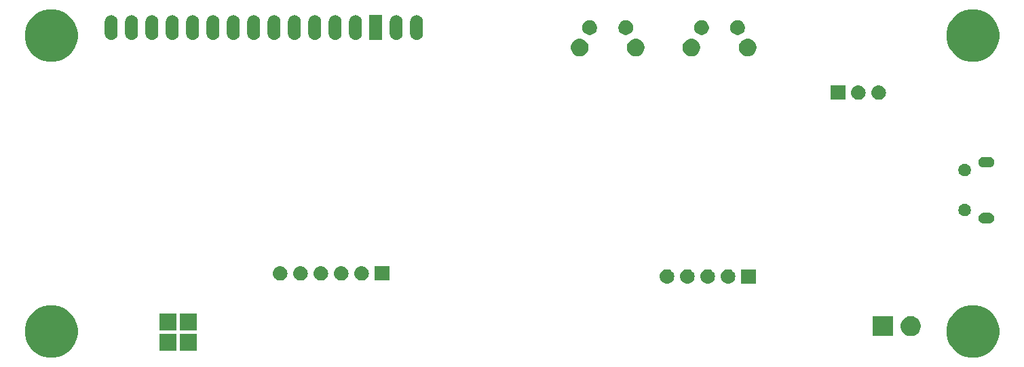
<source format=gbr>
G04 #@! TF.GenerationSoftware,KiCad,Pcbnew,5.0.1-33cea8e~68~ubuntu16.04.1*
G04 #@! TF.CreationDate,2019-05-31T14:34:39+02:00*
G04 #@! TF.ProjectId,VCOMLCD,56434F4D4C43442E6B696361645F7063,rev?*
G04 #@! TF.SameCoordinates,Original*
G04 #@! TF.FileFunction,Soldermask,Bot*
G04 #@! TF.FilePolarity,Negative*
%FSLAX46Y46*%
G04 Gerber Fmt 4.6, Leading zero omitted, Abs format (unit mm)*
G04 Created by KiCad (PCBNEW 5.0.1-33cea8e~68~ubuntu16.04.1) date pią, 31 maj 2019, 14:34:39*
%MOMM*%
%LPD*%
G01*
G04 APERTURE LIST*
%ADD10C,0.100000*%
G04 APERTURE END LIST*
D10*
G36*
X197382865Y-86895855D02*
X197983609Y-87144691D01*
X198524268Y-87505948D01*
X198984052Y-87965732D01*
X199345309Y-88506391D01*
X199594145Y-89107135D01*
X199721000Y-89744878D01*
X199721000Y-90395122D01*
X199594145Y-91032865D01*
X199345309Y-91633609D01*
X198984052Y-92174268D01*
X198524268Y-92634052D01*
X197983609Y-92995309D01*
X197382865Y-93244145D01*
X196745122Y-93371000D01*
X196094878Y-93371000D01*
X195457135Y-93244145D01*
X194856391Y-92995309D01*
X194315732Y-92634052D01*
X193855948Y-92174268D01*
X193494691Y-91633609D01*
X193245855Y-91032865D01*
X193119000Y-90395122D01*
X193119000Y-89744878D01*
X193245855Y-89107135D01*
X193494691Y-88506391D01*
X193855948Y-87965732D01*
X194315732Y-87505948D01*
X194856391Y-87144691D01*
X195457135Y-86895855D01*
X196094878Y-86769000D01*
X196745122Y-86769000D01*
X197382865Y-86895855D01*
X197382865Y-86895855D01*
G37*
G36*
X82382865Y-86895855D02*
X82983609Y-87144691D01*
X83524268Y-87505948D01*
X83984052Y-87965732D01*
X84345309Y-88506391D01*
X84594145Y-89107135D01*
X84721000Y-89744878D01*
X84721000Y-90395122D01*
X84594145Y-91032865D01*
X84345309Y-91633609D01*
X83984052Y-92174268D01*
X83524268Y-92634052D01*
X82983609Y-92995309D01*
X82382865Y-93244145D01*
X81745122Y-93371000D01*
X81094878Y-93371000D01*
X80457135Y-93244145D01*
X79856391Y-92995309D01*
X79315732Y-92634052D01*
X78855948Y-92174268D01*
X78494691Y-91633609D01*
X78245855Y-91032865D01*
X78119000Y-90395122D01*
X78119000Y-89744878D01*
X78245855Y-89107135D01*
X78494691Y-88506391D01*
X78855948Y-87965732D01*
X79315732Y-87505948D01*
X79856391Y-87144691D01*
X80457135Y-86895855D01*
X81094878Y-86769000D01*
X81745122Y-86769000D01*
X82382865Y-86895855D01*
X82382865Y-86895855D01*
G37*
G36*
X97063000Y-92491000D02*
X94961000Y-92491000D01*
X94961000Y-90389000D01*
X97063000Y-90389000D01*
X97063000Y-92491000D01*
X97063000Y-92491000D01*
G37*
G36*
X99603000Y-92491000D02*
X97501000Y-92491000D01*
X97501000Y-90389000D01*
X99603000Y-90389000D01*
X99603000Y-92491000D01*
X99603000Y-92491000D01*
G37*
G36*
X186417000Y-90659000D02*
X183915000Y-90659000D01*
X183915000Y-88157000D01*
X186417000Y-88157000D01*
X186417000Y-90659000D01*
X186417000Y-90659000D01*
G37*
G36*
X188849635Y-88169019D02*
X189030903Y-88205075D01*
X189258571Y-88299378D01*
X189462542Y-88435668D01*
X189463469Y-88436287D01*
X189637713Y-88610531D01*
X189637715Y-88610534D01*
X189774622Y-88815429D01*
X189868925Y-89043097D01*
X189917000Y-89284787D01*
X189917000Y-89531213D01*
X189868925Y-89772903D01*
X189774622Y-90000571D01*
X189638332Y-90204542D01*
X189637713Y-90205469D01*
X189463469Y-90379713D01*
X189463466Y-90379715D01*
X189258571Y-90516622D01*
X189030903Y-90610925D01*
X188849635Y-90646981D01*
X188789214Y-90659000D01*
X188542786Y-90659000D01*
X188482365Y-90646981D01*
X188301097Y-90610925D01*
X188073429Y-90516622D01*
X187868534Y-90379715D01*
X187868531Y-90379713D01*
X187694287Y-90205469D01*
X187693668Y-90204542D01*
X187557378Y-90000571D01*
X187463075Y-89772903D01*
X187415000Y-89531213D01*
X187415000Y-89284787D01*
X187463075Y-89043097D01*
X187557378Y-88815429D01*
X187694285Y-88610534D01*
X187694287Y-88610531D01*
X187868531Y-88436287D01*
X187869458Y-88435668D01*
X188073429Y-88299378D01*
X188301097Y-88205075D01*
X188482365Y-88169019D01*
X188542786Y-88157000D01*
X188789214Y-88157000D01*
X188849635Y-88169019D01*
X188849635Y-88169019D01*
G37*
G36*
X99603000Y-89951000D02*
X97501000Y-89951000D01*
X97501000Y-87849000D01*
X99603000Y-87849000D01*
X99603000Y-89951000D01*
X99603000Y-89951000D01*
G37*
G36*
X97063000Y-89951000D02*
X94961000Y-89951000D01*
X94961000Y-87849000D01*
X97063000Y-87849000D01*
X97063000Y-89951000D01*
X97063000Y-89951000D01*
G37*
G36*
X158352443Y-82290519D02*
X158418627Y-82297037D01*
X158531853Y-82331384D01*
X158588467Y-82348557D01*
X158727087Y-82422652D01*
X158744991Y-82432222D01*
X158780729Y-82461552D01*
X158882186Y-82544814D01*
X158949939Y-82627373D01*
X158994778Y-82682009D01*
X158994779Y-82682011D01*
X159078443Y-82838533D01*
X159078443Y-82838534D01*
X159129963Y-83008373D01*
X159147359Y-83185000D01*
X159129963Y-83361627D01*
X159104919Y-83444185D01*
X159078443Y-83531467D01*
X159064913Y-83556779D01*
X158994778Y-83687991D01*
X158991518Y-83691963D01*
X158882186Y-83825186D01*
X158780729Y-83908448D01*
X158744991Y-83937778D01*
X158744989Y-83937779D01*
X158588467Y-84021443D01*
X158531853Y-84038616D01*
X158418627Y-84072963D01*
X158352443Y-84079481D01*
X158286260Y-84086000D01*
X158197740Y-84086000D01*
X158131557Y-84079481D01*
X158065373Y-84072963D01*
X157952147Y-84038616D01*
X157895533Y-84021443D01*
X157739011Y-83937779D01*
X157739009Y-83937778D01*
X157703271Y-83908448D01*
X157601814Y-83825186D01*
X157492482Y-83691963D01*
X157489222Y-83687991D01*
X157419087Y-83556779D01*
X157405557Y-83531467D01*
X157379081Y-83444185D01*
X157354037Y-83361627D01*
X157336641Y-83185000D01*
X157354037Y-83008373D01*
X157405557Y-82838534D01*
X157405557Y-82838533D01*
X157489221Y-82682011D01*
X157489222Y-82682009D01*
X157534061Y-82627373D01*
X157601814Y-82544814D01*
X157703271Y-82461552D01*
X157739009Y-82432222D01*
X157756913Y-82422652D01*
X157895533Y-82348557D01*
X157952147Y-82331384D01*
X158065373Y-82297037D01*
X158131557Y-82290519D01*
X158197740Y-82284000D01*
X158286260Y-82284000D01*
X158352443Y-82290519D01*
X158352443Y-82290519D01*
G37*
G36*
X169303000Y-84086000D02*
X167501000Y-84086000D01*
X167501000Y-82284000D01*
X169303000Y-82284000D01*
X169303000Y-84086000D01*
X169303000Y-84086000D01*
G37*
G36*
X165972443Y-82290519D02*
X166038627Y-82297037D01*
X166151853Y-82331384D01*
X166208467Y-82348557D01*
X166347087Y-82422652D01*
X166364991Y-82432222D01*
X166400729Y-82461552D01*
X166502186Y-82544814D01*
X166569939Y-82627373D01*
X166614778Y-82682009D01*
X166614779Y-82682011D01*
X166698443Y-82838533D01*
X166698443Y-82838534D01*
X166749963Y-83008373D01*
X166767359Y-83185000D01*
X166749963Y-83361627D01*
X166724919Y-83444185D01*
X166698443Y-83531467D01*
X166684913Y-83556779D01*
X166614778Y-83687991D01*
X166611518Y-83691963D01*
X166502186Y-83825186D01*
X166400729Y-83908448D01*
X166364991Y-83937778D01*
X166364989Y-83937779D01*
X166208467Y-84021443D01*
X166151853Y-84038616D01*
X166038627Y-84072963D01*
X165972443Y-84079481D01*
X165906260Y-84086000D01*
X165817740Y-84086000D01*
X165751557Y-84079481D01*
X165685373Y-84072963D01*
X165572147Y-84038616D01*
X165515533Y-84021443D01*
X165359011Y-83937779D01*
X165359009Y-83937778D01*
X165323271Y-83908448D01*
X165221814Y-83825186D01*
X165112482Y-83691963D01*
X165109222Y-83687991D01*
X165039087Y-83556779D01*
X165025557Y-83531467D01*
X164999081Y-83444185D01*
X164974037Y-83361627D01*
X164956641Y-83185000D01*
X164974037Y-83008373D01*
X165025557Y-82838534D01*
X165025557Y-82838533D01*
X165109221Y-82682011D01*
X165109222Y-82682009D01*
X165154061Y-82627373D01*
X165221814Y-82544814D01*
X165323271Y-82461552D01*
X165359009Y-82432222D01*
X165376913Y-82422652D01*
X165515533Y-82348557D01*
X165572147Y-82331384D01*
X165685373Y-82297037D01*
X165751557Y-82290519D01*
X165817740Y-82284000D01*
X165906260Y-82284000D01*
X165972443Y-82290519D01*
X165972443Y-82290519D01*
G37*
G36*
X163432443Y-82290519D02*
X163498627Y-82297037D01*
X163611853Y-82331384D01*
X163668467Y-82348557D01*
X163807087Y-82422652D01*
X163824991Y-82432222D01*
X163860729Y-82461552D01*
X163962186Y-82544814D01*
X164029939Y-82627373D01*
X164074778Y-82682009D01*
X164074779Y-82682011D01*
X164158443Y-82838533D01*
X164158443Y-82838534D01*
X164209963Y-83008373D01*
X164227359Y-83185000D01*
X164209963Y-83361627D01*
X164184919Y-83444185D01*
X164158443Y-83531467D01*
X164144913Y-83556779D01*
X164074778Y-83687991D01*
X164071518Y-83691963D01*
X163962186Y-83825186D01*
X163860729Y-83908448D01*
X163824991Y-83937778D01*
X163824989Y-83937779D01*
X163668467Y-84021443D01*
X163611853Y-84038616D01*
X163498627Y-84072963D01*
X163432443Y-84079481D01*
X163366260Y-84086000D01*
X163277740Y-84086000D01*
X163211557Y-84079481D01*
X163145373Y-84072963D01*
X163032147Y-84038616D01*
X162975533Y-84021443D01*
X162819011Y-83937779D01*
X162819009Y-83937778D01*
X162783271Y-83908448D01*
X162681814Y-83825186D01*
X162572482Y-83691963D01*
X162569222Y-83687991D01*
X162499087Y-83556779D01*
X162485557Y-83531467D01*
X162459081Y-83444185D01*
X162434037Y-83361627D01*
X162416641Y-83185000D01*
X162434037Y-83008373D01*
X162485557Y-82838534D01*
X162485557Y-82838533D01*
X162569221Y-82682011D01*
X162569222Y-82682009D01*
X162614061Y-82627373D01*
X162681814Y-82544814D01*
X162783271Y-82461552D01*
X162819009Y-82432222D01*
X162836913Y-82422652D01*
X162975533Y-82348557D01*
X163032147Y-82331384D01*
X163145373Y-82297037D01*
X163211557Y-82290519D01*
X163277740Y-82284000D01*
X163366260Y-82284000D01*
X163432443Y-82290519D01*
X163432443Y-82290519D01*
G37*
G36*
X160892443Y-82290519D02*
X160958627Y-82297037D01*
X161071853Y-82331384D01*
X161128467Y-82348557D01*
X161267087Y-82422652D01*
X161284991Y-82432222D01*
X161320729Y-82461552D01*
X161422186Y-82544814D01*
X161489939Y-82627373D01*
X161534778Y-82682009D01*
X161534779Y-82682011D01*
X161618443Y-82838533D01*
X161618443Y-82838534D01*
X161669963Y-83008373D01*
X161687359Y-83185000D01*
X161669963Y-83361627D01*
X161644919Y-83444185D01*
X161618443Y-83531467D01*
X161604913Y-83556779D01*
X161534778Y-83687991D01*
X161531518Y-83691963D01*
X161422186Y-83825186D01*
X161320729Y-83908448D01*
X161284991Y-83937778D01*
X161284989Y-83937779D01*
X161128467Y-84021443D01*
X161071853Y-84038616D01*
X160958627Y-84072963D01*
X160892443Y-84079481D01*
X160826260Y-84086000D01*
X160737740Y-84086000D01*
X160671557Y-84079481D01*
X160605373Y-84072963D01*
X160492147Y-84038616D01*
X160435533Y-84021443D01*
X160279011Y-83937779D01*
X160279009Y-83937778D01*
X160243271Y-83908448D01*
X160141814Y-83825186D01*
X160032482Y-83691963D01*
X160029222Y-83687991D01*
X159959087Y-83556779D01*
X159945557Y-83531467D01*
X159919081Y-83444185D01*
X159894037Y-83361627D01*
X159876641Y-83185000D01*
X159894037Y-83008373D01*
X159945557Y-82838534D01*
X159945557Y-82838533D01*
X160029221Y-82682011D01*
X160029222Y-82682009D01*
X160074061Y-82627373D01*
X160141814Y-82544814D01*
X160243271Y-82461552D01*
X160279009Y-82432222D01*
X160296913Y-82422652D01*
X160435533Y-82348557D01*
X160492147Y-82331384D01*
X160605373Y-82297037D01*
X160671557Y-82290519D01*
X160737740Y-82284000D01*
X160826260Y-82284000D01*
X160892443Y-82290519D01*
X160892443Y-82290519D01*
G37*
G36*
X120252442Y-81909518D02*
X120318627Y-81916037D01*
X120431853Y-81950384D01*
X120488467Y-81967557D01*
X120627087Y-82041652D01*
X120644991Y-82051222D01*
X120680729Y-82080552D01*
X120782186Y-82163814D01*
X120865448Y-82265271D01*
X120894778Y-82301009D01*
X120894779Y-82301011D01*
X120978443Y-82457533D01*
X120978443Y-82457534D01*
X121029963Y-82627373D01*
X121047359Y-82804000D01*
X121029963Y-82980627D01*
X120995616Y-83093853D01*
X120978443Y-83150467D01*
X120959984Y-83185000D01*
X120894778Y-83306991D01*
X120865448Y-83342729D01*
X120782186Y-83444186D01*
X120680729Y-83527448D01*
X120644991Y-83556778D01*
X120644989Y-83556779D01*
X120488467Y-83640443D01*
X120431853Y-83657616D01*
X120318627Y-83691963D01*
X120252442Y-83698482D01*
X120186260Y-83705000D01*
X120097740Y-83705000D01*
X120031558Y-83698482D01*
X119965373Y-83691963D01*
X119852147Y-83657616D01*
X119795533Y-83640443D01*
X119639011Y-83556779D01*
X119639009Y-83556778D01*
X119603271Y-83527448D01*
X119501814Y-83444186D01*
X119418552Y-83342729D01*
X119389222Y-83306991D01*
X119324016Y-83185000D01*
X119305557Y-83150467D01*
X119288384Y-83093853D01*
X119254037Y-82980627D01*
X119236641Y-82804000D01*
X119254037Y-82627373D01*
X119305557Y-82457534D01*
X119305557Y-82457533D01*
X119389221Y-82301011D01*
X119389222Y-82301009D01*
X119418552Y-82265271D01*
X119501814Y-82163814D01*
X119603271Y-82080552D01*
X119639009Y-82051222D01*
X119656913Y-82041652D01*
X119795533Y-81967557D01*
X119852147Y-81950384D01*
X119965373Y-81916037D01*
X120031558Y-81909518D01*
X120097740Y-81903000D01*
X120186260Y-81903000D01*
X120252442Y-81909518D01*
X120252442Y-81909518D01*
G37*
G36*
X110092442Y-81909518D02*
X110158627Y-81916037D01*
X110271853Y-81950384D01*
X110328467Y-81967557D01*
X110467087Y-82041652D01*
X110484991Y-82051222D01*
X110520729Y-82080552D01*
X110622186Y-82163814D01*
X110705448Y-82265271D01*
X110734778Y-82301009D01*
X110734779Y-82301011D01*
X110818443Y-82457533D01*
X110818443Y-82457534D01*
X110869963Y-82627373D01*
X110887359Y-82804000D01*
X110869963Y-82980627D01*
X110835616Y-83093853D01*
X110818443Y-83150467D01*
X110799984Y-83185000D01*
X110734778Y-83306991D01*
X110705448Y-83342729D01*
X110622186Y-83444186D01*
X110520729Y-83527448D01*
X110484991Y-83556778D01*
X110484989Y-83556779D01*
X110328467Y-83640443D01*
X110271853Y-83657616D01*
X110158627Y-83691963D01*
X110092442Y-83698482D01*
X110026260Y-83705000D01*
X109937740Y-83705000D01*
X109871558Y-83698482D01*
X109805373Y-83691963D01*
X109692147Y-83657616D01*
X109635533Y-83640443D01*
X109479011Y-83556779D01*
X109479009Y-83556778D01*
X109443271Y-83527448D01*
X109341814Y-83444186D01*
X109258552Y-83342729D01*
X109229222Y-83306991D01*
X109164016Y-83185000D01*
X109145557Y-83150467D01*
X109128384Y-83093853D01*
X109094037Y-82980627D01*
X109076641Y-82804000D01*
X109094037Y-82627373D01*
X109145557Y-82457534D01*
X109145557Y-82457533D01*
X109229221Y-82301011D01*
X109229222Y-82301009D01*
X109258552Y-82265271D01*
X109341814Y-82163814D01*
X109443271Y-82080552D01*
X109479009Y-82051222D01*
X109496913Y-82041652D01*
X109635533Y-81967557D01*
X109692147Y-81950384D01*
X109805373Y-81916037D01*
X109871558Y-81909518D01*
X109937740Y-81903000D01*
X110026260Y-81903000D01*
X110092442Y-81909518D01*
X110092442Y-81909518D01*
G37*
G36*
X112632442Y-81909518D02*
X112698627Y-81916037D01*
X112811853Y-81950384D01*
X112868467Y-81967557D01*
X113007087Y-82041652D01*
X113024991Y-82051222D01*
X113060729Y-82080552D01*
X113162186Y-82163814D01*
X113245448Y-82265271D01*
X113274778Y-82301009D01*
X113274779Y-82301011D01*
X113358443Y-82457533D01*
X113358443Y-82457534D01*
X113409963Y-82627373D01*
X113427359Y-82804000D01*
X113409963Y-82980627D01*
X113375616Y-83093853D01*
X113358443Y-83150467D01*
X113339984Y-83185000D01*
X113274778Y-83306991D01*
X113245448Y-83342729D01*
X113162186Y-83444186D01*
X113060729Y-83527448D01*
X113024991Y-83556778D01*
X113024989Y-83556779D01*
X112868467Y-83640443D01*
X112811853Y-83657616D01*
X112698627Y-83691963D01*
X112632442Y-83698482D01*
X112566260Y-83705000D01*
X112477740Y-83705000D01*
X112411558Y-83698482D01*
X112345373Y-83691963D01*
X112232147Y-83657616D01*
X112175533Y-83640443D01*
X112019011Y-83556779D01*
X112019009Y-83556778D01*
X111983271Y-83527448D01*
X111881814Y-83444186D01*
X111798552Y-83342729D01*
X111769222Y-83306991D01*
X111704016Y-83185000D01*
X111685557Y-83150467D01*
X111668384Y-83093853D01*
X111634037Y-82980627D01*
X111616641Y-82804000D01*
X111634037Y-82627373D01*
X111685557Y-82457534D01*
X111685557Y-82457533D01*
X111769221Y-82301011D01*
X111769222Y-82301009D01*
X111798552Y-82265271D01*
X111881814Y-82163814D01*
X111983271Y-82080552D01*
X112019009Y-82051222D01*
X112036913Y-82041652D01*
X112175533Y-81967557D01*
X112232147Y-81950384D01*
X112345373Y-81916037D01*
X112411558Y-81909518D01*
X112477740Y-81903000D01*
X112566260Y-81903000D01*
X112632442Y-81909518D01*
X112632442Y-81909518D01*
G37*
G36*
X115172442Y-81909518D02*
X115238627Y-81916037D01*
X115351853Y-81950384D01*
X115408467Y-81967557D01*
X115547087Y-82041652D01*
X115564991Y-82051222D01*
X115600729Y-82080552D01*
X115702186Y-82163814D01*
X115785448Y-82265271D01*
X115814778Y-82301009D01*
X115814779Y-82301011D01*
X115898443Y-82457533D01*
X115898443Y-82457534D01*
X115949963Y-82627373D01*
X115967359Y-82804000D01*
X115949963Y-82980627D01*
X115915616Y-83093853D01*
X115898443Y-83150467D01*
X115879984Y-83185000D01*
X115814778Y-83306991D01*
X115785448Y-83342729D01*
X115702186Y-83444186D01*
X115600729Y-83527448D01*
X115564991Y-83556778D01*
X115564989Y-83556779D01*
X115408467Y-83640443D01*
X115351853Y-83657616D01*
X115238627Y-83691963D01*
X115172442Y-83698482D01*
X115106260Y-83705000D01*
X115017740Y-83705000D01*
X114951558Y-83698482D01*
X114885373Y-83691963D01*
X114772147Y-83657616D01*
X114715533Y-83640443D01*
X114559011Y-83556779D01*
X114559009Y-83556778D01*
X114523271Y-83527448D01*
X114421814Y-83444186D01*
X114338552Y-83342729D01*
X114309222Y-83306991D01*
X114244016Y-83185000D01*
X114225557Y-83150467D01*
X114208384Y-83093853D01*
X114174037Y-82980627D01*
X114156641Y-82804000D01*
X114174037Y-82627373D01*
X114225557Y-82457534D01*
X114225557Y-82457533D01*
X114309221Y-82301011D01*
X114309222Y-82301009D01*
X114338552Y-82265271D01*
X114421814Y-82163814D01*
X114523271Y-82080552D01*
X114559009Y-82051222D01*
X114576913Y-82041652D01*
X114715533Y-81967557D01*
X114772147Y-81950384D01*
X114885373Y-81916037D01*
X114951558Y-81909518D01*
X115017740Y-81903000D01*
X115106260Y-81903000D01*
X115172442Y-81909518D01*
X115172442Y-81909518D01*
G37*
G36*
X117712442Y-81909518D02*
X117778627Y-81916037D01*
X117891853Y-81950384D01*
X117948467Y-81967557D01*
X118087087Y-82041652D01*
X118104991Y-82051222D01*
X118140729Y-82080552D01*
X118242186Y-82163814D01*
X118325448Y-82265271D01*
X118354778Y-82301009D01*
X118354779Y-82301011D01*
X118438443Y-82457533D01*
X118438443Y-82457534D01*
X118489963Y-82627373D01*
X118507359Y-82804000D01*
X118489963Y-82980627D01*
X118455616Y-83093853D01*
X118438443Y-83150467D01*
X118419984Y-83185000D01*
X118354778Y-83306991D01*
X118325448Y-83342729D01*
X118242186Y-83444186D01*
X118140729Y-83527448D01*
X118104991Y-83556778D01*
X118104989Y-83556779D01*
X117948467Y-83640443D01*
X117891853Y-83657616D01*
X117778627Y-83691963D01*
X117712442Y-83698482D01*
X117646260Y-83705000D01*
X117557740Y-83705000D01*
X117491558Y-83698482D01*
X117425373Y-83691963D01*
X117312147Y-83657616D01*
X117255533Y-83640443D01*
X117099011Y-83556779D01*
X117099009Y-83556778D01*
X117063271Y-83527448D01*
X116961814Y-83444186D01*
X116878552Y-83342729D01*
X116849222Y-83306991D01*
X116784016Y-83185000D01*
X116765557Y-83150467D01*
X116748384Y-83093853D01*
X116714037Y-82980627D01*
X116696641Y-82804000D01*
X116714037Y-82627373D01*
X116765557Y-82457534D01*
X116765557Y-82457533D01*
X116849221Y-82301011D01*
X116849222Y-82301009D01*
X116878552Y-82265271D01*
X116961814Y-82163814D01*
X117063271Y-82080552D01*
X117099009Y-82051222D01*
X117116913Y-82041652D01*
X117255533Y-81967557D01*
X117312147Y-81950384D01*
X117425373Y-81916037D01*
X117491558Y-81909518D01*
X117557740Y-81903000D01*
X117646260Y-81903000D01*
X117712442Y-81909518D01*
X117712442Y-81909518D01*
G37*
G36*
X123583000Y-83705000D02*
X121781000Y-83705000D01*
X121781000Y-81903000D01*
X123583000Y-81903000D01*
X123583000Y-83705000D01*
X123583000Y-83705000D01*
G37*
G36*
X198501355Y-75242140D02*
X198565118Y-75248420D01*
X198646927Y-75273237D01*
X198687833Y-75285645D01*
X198787991Y-75339181D01*
X198800926Y-75346095D01*
X198900053Y-75427447D01*
X198981405Y-75526574D01*
X198981406Y-75526576D01*
X199041855Y-75639667D01*
X199041855Y-75639668D01*
X199079080Y-75762382D01*
X199091649Y-75890000D01*
X199079080Y-76017618D01*
X199054263Y-76099427D01*
X199041855Y-76140333D01*
X198988319Y-76240491D01*
X198981405Y-76253426D01*
X198900053Y-76352553D01*
X198800926Y-76433905D01*
X198800924Y-76433906D01*
X198687833Y-76494355D01*
X198646927Y-76506763D01*
X198565118Y-76531580D01*
X198501355Y-76537860D01*
X198469474Y-76541000D01*
X197705526Y-76541000D01*
X197673645Y-76537860D01*
X197609882Y-76531580D01*
X197528073Y-76506763D01*
X197487167Y-76494355D01*
X197374076Y-76433906D01*
X197374074Y-76433905D01*
X197274947Y-76352553D01*
X197193595Y-76253426D01*
X197186681Y-76240491D01*
X197133145Y-76140333D01*
X197120737Y-76099427D01*
X197095920Y-76017618D01*
X197083351Y-75890000D01*
X197095920Y-75762382D01*
X197133145Y-75639668D01*
X197133145Y-75639667D01*
X197193594Y-75526576D01*
X197193595Y-75526574D01*
X197274947Y-75427447D01*
X197374074Y-75346095D01*
X197387009Y-75339181D01*
X197487167Y-75285645D01*
X197528073Y-75273237D01*
X197609882Y-75248420D01*
X197673645Y-75242140D01*
X197705526Y-75239000D01*
X198469474Y-75239000D01*
X198501355Y-75242140D01*
X198501355Y-75242140D01*
G37*
G36*
X195613849Y-74143820D02*
X195613852Y-74143821D01*
X195613851Y-74143821D01*
X195755074Y-74202317D01*
X195755075Y-74202318D01*
X195882174Y-74287243D01*
X195990257Y-74395326D01*
X195990259Y-74395329D01*
X196075183Y-74522426D01*
X196120427Y-74631657D01*
X196133680Y-74663651D01*
X196163500Y-74813569D01*
X196163500Y-74966431D01*
X196133680Y-75116349D01*
X196133679Y-75116351D01*
X196075183Y-75257574D01*
X196075182Y-75257575D01*
X195990257Y-75384674D01*
X195882174Y-75492757D01*
X195882171Y-75492759D01*
X195755074Y-75577683D01*
X195645843Y-75622927D01*
X195613849Y-75636180D01*
X195463931Y-75666000D01*
X195311069Y-75666000D01*
X195161151Y-75636180D01*
X195129157Y-75622927D01*
X195019926Y-75577683D01*
X194892829Y-75492759D01*
X194892826Y-75492757D01*
X194784743Y-75384674D01*
X194699818Y-75257575D01*
X194699817Y-75257574D01*
X194641321Y-75116351D01*
X194641320Y-75116349D01*
X194611500Y-74966431D01*
X194611500Y-74813569D01*
X194641320Y-74663651D01*
X194654573Y-74631657D01*
X194699817Y-74522426D01*
X194784741Y-74395329D01*
X194784743Y-74395326D01*
X194892826Y-74287243D01*
X195019925Y-74202318D01*
X195019926Y-74202317D01*
X195161149Y-74143821D01*
X195161148Y-74143821D01*
X195161151Y-74143820D01*
X195311069Y-74114000D01*
X195463931Y-74114000D01*
X195613849Y-74143820D01*
X195613849Y-74143820D01*
G37*
G36*
X195613849Y-69143820D02*
X195613852Y-69143821D01*
X195613851Y-69143821D01*
X195755074Y-69202317D01*
X195880456Y-69286095D01*
X195882174Y-69287243D01*
X195990257Y-69395326D01*
X195990259Y-69395329D01*
X196075183Y-69522426D01*
X196120427Y-69631657D01*
X196133680Y-69663651D01*
X196163500Y-69813569D01*
X196163500Y-69966431D01*
X196133680Y-70116349D01*
X196133679Y-70116351D01*
X196075183Y-70257574D01*
X196075182Y-70257575D01*
X195990257Y-70384674D01*
X195882174Y-70492757D01*
X195882171Y-70492759D01*
X195755074Y-70577683D01*
X195645843Y-70622927D01*
X195613849Y-70636180D01*
X195463931Y-70666000D01*
X195311069Y-70666000D01*
X195161151Y-70636180D01*
X195129157Y-70622927D01*
X195019926Y-70577683D01*
X194892829Y-70492759D01*
X194892826Y-70492757D01*
X194784743Y-70384674D01*
X194699818Y-70257575D01*
X194699817Y-70257574D01*
X194641321Y-70116351D01*
X194641320Y-70116349D01*
X194611500Y-69966431D01*
X194611500Y-69813569D01*
X194641320Y-69663651D01*
X194654573Y-69631657D01*
X194699817Y-69522426D01*
X194784741Y-69395329D01*
X194784743Y-69395326D01*
X194892826Y-69287243D01*
X194894544Y-69286095D01*
X195019926Y-69202317D01*
X195161149Y-69143821D01*
X195161148Y-69143821D01*
X195161151Y-69143820D01*
X195311069Y-69114000D01*
X195463931Y-69114000D01*
X195613849Y-69143820D01*
X195613849Y-69143820D01*
G37*
G36*
X198501355Y-68242140D02*
X198565118Y-68248420D01*
X198646927Y-68273237D01*
X198687833Y-68285645D01*
X198787991Y-68339181D01*
X198800926Y-68346095D01*
X198900053Y-68427447D01*
X198981405Y-68526574D01*
X198981406Y-68526576D01*
X199041855Y-68639667D01*
X199041855Y-68639668D01*
X199079080Y-68762382D01*
X199091649Y-68890000D01*
X199079080Y-69017618D01*
X199054263Y-69099427D01*
X199041855Y-69140333D01*
X199008723Y-69202318D01*
X198981405Y-69253426D01*
X198900053Y-69352553D01*
X198800926Y-69433905D01*
X198800924Y-69433906D01*
X198687833Y-69494355D01*
X198646927Y-69506763D01*
X198565118Y-69531580D01*
X198501355Y-69537860D01*
X198469474Y-69541000D01*
X197705526Y-69541000D01*
X197673645Y-69537860D01*
X197609882Y-69531580D01*
X197528073Y-69506763D01*
X197487167Y-69494355D01*
X197374076Y-69433906D01*
X197374074Y-69433905D01*
X197274947Y-69352553D01*
X197193595Y-69253426D01*
X197166277Y-69202318D01*
X197133145Y-69140333D01*
X197120737Y-69099427D01*
X197095920Y-69017618D01*
X197083351Y-68890000D01*
X197095920Y-68762382D01*
X197133145Y-68639668D01*
X197133145Y-68639667D01*
X197193594Y-68526576D01*
X197193595Y-68526574D01*
X197274947Y-68427447D01*
X197374074Y-68346095D01*
X197387009Y-68339181D01*
X197487167Y-68285645D01*
X197528073Y-68273237D01*
X197609882Y-68248420D01*
X197673645Y-68242140D01*
X197705526Y-68239000D01*
X198469474Y-68239000D01*
X198501355Y-68242140D01*
X198501355Y-68242140D01*
G37*
G36*
X184768442Y-59303518D02*
X184834627Y-59310037D01*
X184947853Y-59344384D01*
X185004467Y-59361557D01*
X185143087Y-59435652D01*
X185160991Y-59445222D01*
X185196729Y-59474552D01*
X185298186Y-59557814D01*
X185381448Y-59659271D01*
X185410778Y-59695009D01*
X185410779Y-59695011D01*
X185494443Y-59851533D01*
X185494443Y-59851534D01*
X185545963Y-60021373D01*
X185563359Y-60198000D01*
X185545963Y-60374627D01*
X185511616Y-60487853D01*
X185494443Y-60544467D01*
X185420348Y-60683087D01*
X185410778Y-60700991D01*
X185381448Y-60736729D01*
X185298186Y-60838186D01*
X185196729Y-60921448D01*
X185160991Y-60950778D01*
X185160989Y-60950779D01*
X185004467Y-61034443D01*
X184947853Y-61051616D01*
X184834627Y-61085963D01*
X184768442Y-61092482D01*
X184702260Y-61099000D01*
X184613740Y-61099000D01*
X184547558Y-61092482D01*
X184481373Y-61085963D01*
X184368147Y-61051616D01*
X184311533Y-61034443D01*
X184155011Y-60950779D01*
X184155009Y-60950778D01*
X184119271Y-60921448D01*
X184017814Y-60838186D01*
X183934552Y-60736729D01*
X183905222Y-60700991D01*
X183895652Y-60683087D01*
X183821557Y-60544467D01*
X183804384Y-60487853D01*
X183770037Y-60374627D01*
X183752641Y-60198000D01*
X183770037Y-60021373D01*
X183821557Y-59851534D01*
X183821557Y-59851533D01*
X183905221Y-59695011D01*
X183905222Y-59695009D01*
X183934552Y-59659271D01*
X184017814Y-59557814D01*
X184119271Y-59474552D01*
X184155009Y-59445222D01*
X184172913Y-59435652D01*
X184311533Y-59361557D01*
X184368147Y-59344384D01*
X184481373Y-59310037D01*
X184547558Y-59303518D01*
X184613740Y-59297000D01*
X184702260Y-59297000D01*
X184768442Y-59303518D01*
X184768442Y-59303518D01*
G37*
G36*
X182228442Y-59303518D02*
X182294627Y-59310037D01*
X182407853Y-59344384D01*
X182464467Y-59361557D01*
X182603087Y-59435652D01*
X182620991Y-59445222D01*
X182656729Y-59474552D01*
X182758186Y-59557814D01*
X182841448Y-59659271D01*
X182870778Y-59695009D01*
X182870779Y-59695011D01*
X182954443Y-59851533D01*
X182954443Y-59851534D01*
X183005963Y-60021373D01*
X183023359Y-60198000D01*
X183005963Y-60374627D01*
X182971616Y-60487853D01*
X182954443Y-60544467D01*
X182880348Y-60683087D01*
X182870778Y-60700991D01*
X182841448Y-60736729D01*
X182758186Y-60838186D01*
X182656729Y-60921448D01*
X182620991Y-60950778D01*
X182620989Y-60950779D01*
X182464467Y-61034443D01*
X182407853Y-61051616D01*
X182294627Y-61085963D01*
X182228442Y-61092482D01*
X182162260Y-61099000D01*
X182073740Y-61099000D01*
X182007558Y-61092482D01*
X181941373Y-61085963D01*
X181828147Y-61051616D01*
X181771533Y-61034443D01*
X181615011Y-60950779D01*
X181615009Y-60950778D01*
X181579271Y-60921448D01*
X181477814Y-60838186D01*
X181394552Y-60736729D01*
X181365222Y-60700991D01*
X181355652Y-60683087D01*
X181281557Y-60544467D01*
X181264384Y-60487853D01*
X181230037Y-60374627D01*
X181212641Y-60198000D01*
X181230037Y-60021373D01*
X181281557Y-59851534D01*
X181281557Y-59851533D01*
X181365221Y-59695011D01*
X181365222Y-59695009D01*
X181394552Y-59659271D01*
X181477814Y-59557814D01*
X181579271Y-59474552D01*
X181615009Y-59445222D01*
X181632913Y-59435652D01*
X181771533Y-59361557D01*
X181828147Y-59344384D01*
X181941373Y-59310037D01*
X182007558Y-59303518D01*
X182073740Y-59297000D01*
X182162260Y-59297000D01*
X182228442Y-59303518D01*
X182228442Y-59303518D01*
G37*
G36*
X180479000Y-61099000D02*
X178677000Y-61099000D01*
X178677000Y-59297000D01*
X180479000Y-59297000D01*
X180479000Y-61099000D01*
X180479000Y-61099000D01*
G37*
G36*
X197382865Y-49895855D02*
X197983609Y-50144691D01*
X198524268Y-50505948D01*
X198984052Y-50965732D01*
X199345309Y-51506391D01*
X199594145Y-52107135D01*
X199721000Y-52744878D01*
X199721000Y-53395122D01*
X199594145Y-54032865D01*
X199345309Y-54633609D01*
X198984052Y-55174268D01*
X198524268Y-55634052D01*
X197983609Y-55995309D01*
X197382865Y-56244145D01*
X196745122Y-56371000D01*
X196094878Y-56371000D01*
X195457135Y-56244145D01*
X194856391Y-55995309D01*
X194315732Y-55634052D01*
X193855948Y-55174268D01*
X193494691Y-54633609D01*
X193245855Y-54032865D01*
X193119000Y-53395122D01*
X193119000Y-52744878D01*
X193245855Y-52107135D01*
X193494691Y-51506391D01*
X193855948Y-50965732D01*
X194315732Y-50505948D01*
X194856391Y-50144691D01*
X195457135Y-49895855D01*
X196094878Y-49769000D01*
X196745122Y-49769000D01*
X197382865Y-49895855D01*
X197382865Y-49895855D01*
G37*
G36*
X82382865Y-49895855D02*
X82983609Y-50144691D01*
X83524268Y-50505948D01*
X83984052Y-50965732D01*
X84345309Y-51506391D01*
X84594145Y-52107135D01*
X84721000Y-52744878D01*
X84721000Y-53395122D01*
X84594145Y-54032865D01*
X84345309Y-54633609D01*
X83984052Y-55174268D01*
X83524268Y-55634052D01*
X82983609Y-55995309D01*
X82382865Y-56244145D01*
X81745122Y-56371000D01*
X81094878Y-56371000D01*
X80457135Y-56244145D01*
X79856391Y-55995309D01*
X79315732Y-55634052D01*
X78855948Y-55174268D01*
X78494691Y-54633609D01*
X78245855Y-54032865D01*
X78119000Y-53395122D01*
X78119000Y-52744878D01*
X78245855Y-52107135D01*
X78494691Y-51506391D01*
X78855948Y-50965732D01*
X79315732Y-50505948D01*
X79856391Y-50144691D01*
X80457135Y-49895855D01*
X81094878Y-49769000D01*
X81745122Y-49769000D01*
X82382865Y-49895855D01*
X82382865Y-49895855D01*
G37*
G36*
X147554794Y-53480155D02*
X147661150Y-53501311D01*
X147731990Y-53530654D01*
X147861516Y-53584305D01*
X148041850Y-53704801D01*
X148195199Y-53858150D01*
X148315695Y-54038484D01*
X148398689Y-54238851D01*
X148441000Y-54451560D01*
X148441000Y-54668440D01*
X148398689Y-54881149D01*
X148315695Y-55081516D01*
X148195199Y-55261850D01*
X148041850Y-55415199D01*
X147861516Y-55535695D01*
X147731990Y-55589346D01*
X147661150Y-55618689D01*
X147583915Y-55634052D01*
X147448440Y-55661000D01*
X147231560Y-55661000D01*
X147096085Y-55634052D01*
X147018850Y-55618689D01*
X146948010Y-55589346D01*
X146818484Y-55535695D01*
X146638150Y-55415199D01*
X146484801Y-55261850D01*
X146364305Y-55081516D01*
X146281311Y-54881149D01*
X146239000Y-54668440D01*
X146239000Y-54451560D01*
X146281311Y-54238851D01*
X146364305Y-54038484D01*
X146484801Y-53858150D01*
X146638150Y-53704801D01*
X146818484Y-53584305D01*
X146948010Y-53530654D01*
X147018850Y-53501311D01*
X147125206Y-53480155D01*
X147231560Y-53459000D01*
X147448440Y-53459000D01*
X147554794Y-53480155D01*
X147554794Y-53480155D01*
G37*
G36*
X154564794Y-53480155D02*
X154671150Y-53501311D01*
X154741990Y-53530654D01*
X154871516Y-53584305D01*
X155051850Y-53704801D01*
X155205199Y-53858150D01*
X155325695Y-54038484D01*
X155408689Y-54238851D01*
X155451000Y-54451560D01*
X155451000Y-54668440D01*
X155408689Y-54881149D01*
X155325695Y-55081516D01*
X155205199Y-55261850D01*
X155051850Y-55415199D01*
X154871516Y-55535695D01*
X154741990Y-55589346D01*
X154671150Y-55618689D01*
X154593915Y-55634052D01*
X154458440Y-55661000D01*
X154241560Y-55661000D01*
X154106085Y-55634052D01*
X154028850Y-55618689D01*
X153958010Y-55589346D01*
X153828484Y-55535695D01*
X153648150Y-55415199D01*
X153494801Y-55261850D01*
X153374305Y-55081516D01*
X153291311Y-54881149D01*
X153249000Y-54668440D01*
X153249000Y-54451560D01*
X153291311Y-54238851D01*
X153374305Y-54038484D01*
X153494801Y-53858150D01*
X153648150Y-53704801D01*
X153828484Y-53584305D01*
X153958010Y-53530654D01*
X154028850Y-53501311D01*
X154135206Y-53480155D01*
X154241560Y-53459000D01*
X154458440Y-53459000D01*
X154564794Y-53480155D01*
X154564794Y-53480155D01*
G37*
G36*
X161509795Y-53480155D02*
X161616151Y-53501311D01*
X161686991Y-53530654D01*
X161816517Y-53584305D01*
X161996851Y-53704801D01*
X162150200Y-53858150D01*
X162270696Y-54038484D01*
X162353690Y-54238851D01*
X162396001Y-54451560D01*
X162396001Y-54668440D01*
X162353690Y-54881149D01*
X162270696Y-55081516D01*
X162150200Y-55261850D01*
X161996851Y-55415199D01*
X161816517Y-55535695D01*
X161686991Y-55589346D01*
X161616151Y-55618689D01*
X161538916Y-55634052D01*
X161403441Y-55661000D01*
X161186561Y-55661000D01*
X161051086Y-55634052D01*
X160973851Y-55618689D01*
X160903011Y-55589346D01*
X160773485Y-55535695D01*
X160593151Y-55415199D01*
X160439802Y-55261850D01*
X160319306Y-55081516D01*
X160236312Y-54881149D01*
X160194001Y-54668440D01*
X160194001Y-54451560D01*
X160236312Y-54238851D01*
X160319306Y-54038484D01*
X160439802Y-53858150D01*
X160593151Y-53704801D01*
X160773485Y-53584305D01*
X160903011Y-53530654D01*
X160973851Y-53501311D01*
X161080207Y-53480155D01*
X161186561Y-53459000D01*
X161403441Y-53459000D01*
X161509795Y-53480155D01*
X161509795Y-53480155D01*
G37*
G36*
X168519795Y-53480155D02*
X168626151Y-53501311D01*
X168696991Y-53530654D01*
X168826517Y-53584305D01*
X169006851Y-53704801D01*
X169160200Y-53858150D01*
X169280696Y-54038484D01*
X169363690Y-54238851D01*
X169406001Y-54451560D01*
X169406001Y-54668440D01*
X169363690Y-54881149D01*
X169280696Y-55081516D01*
X169160200Y-55261850D01*
X169006851Y-55415199D01*
X168826517Y-55535695D01*
X168696991Y-55589346D01*
X168626151Y-55618689D01*
X168548916Y-55634052D01*
X168413441Y-55661000D01*
X168196561Y-55661000D01*
X168061086Y-55634052D01*
X167983851Y-55618689D01*
X167913011Y-55589346D01*
X167783485Y-55535695D01*
X167603151Y-55415199D01*
X167449802Y-55261850D01*
X167329306Y-55081516D01*
X167246312Y-54881149D01*
X167204001Y-54668440D01*
X167204001Y-54451560D01*
X167246312Y-54238851D01*
X167329306Y-54038484D01*
X167449802Y-53858150D01*
X167603151Y-53704801D01*
X167783485Y-53584305D01*
X167913011Y-53530654D01*
X167983851Y-53501311D01*
X168090207Y-53480155D01*
X168196561Y-53459000D01*
X168413441Y-53459000D01*
X168519795Y-53480155D01*
X168519795Y-53480155D01*
G37*
G36*
X109377024Y-50530590D02*
X109528011Y-50576392D01*
X109667161Y-50650768D01*
X109728149Y-50700819D01*
X109789133Y-50750867D01*
X109789134Y-50750869D01*
X109789136Y-50750870D01*
X109889230Y-50872835D01*
X109963608Y-51011988D01*
X110009410Y-51162975D01*
X110021000Y-51280654D01*
X110021000Y-52859346D01*
X110009410Y-52977025D01*
X109963608Y-53128012D01*
X109889230Y-53267165D01*
X109789133Y-53389133D01*
X109667165Y-53489230D01*
X109528012Y-53563608D01*
X109377025Y-53609410D01*
X109220000Y-53624875D01*
X109062976Y-53609410D01*
X108911989Y-53563608D01*
X108772836Y-53489230D01*
X108650868Y-53389133D01*
X108550771Y-53267165D01*
X108476393Y-53128012D01*
X108430591Y-52977025D01*
X108419001Y-52859346D01*
X108419000Y-51280655D01*
X108430590Y-51162976D01*
X108476392Y-51011989D01*
X108550768Y-50872839D01*
X108650865Y-50750870D01*
X108650867Y-50750867D01*
X108650869Y-50750866D01*
X108650870Y-50750864D01*
X108772835Y-50650770D01*
X108911988Y-50576392D01*
X109062975Y-50530590D01*
X109220000Y-50515125D01*
X109377024Y-50530590D01*
X109377024Y-50530590D01*
G37*
G36*
X99217024Y-50530590D02*
X99368011Y-50576392D01*
X99507161Y-50650768D01*
X99568149Y-50700819D01*
X99629133Y-50750867D01*
X99629134Y-50750869D01*
X99629136Y-50750870D01*
X99729230Y-50872835D01*
X99803608Y-51011988D01*
X99849410Y-51162975D01*
X99861000Y-51280654D01*
X99861000Y-52859346D01*
X99849410Y-52977025D01*
X99803608Y-53128012D01*
X99729230Y-53267165D01*
X99629133Y-53389133D01*
X99507165Y-53489230D01*
X99368012Y-53563608D01*
X99217025Y-53609410D01*
X99060000Y-53624875D01*
X98902976Y-53609410D01*
X98751989Y-53563608D01*
X98612836Y-53489230D01*
X98490868Y-53389133D01*
X98390771Y-53267165D01*
X98316393Y-53128012D01*
X98270591Y-52977025D01*
X98259001Y-52859346D01*
X98259000Y-51280655D01*
X98270590Y-51162976D01*
X98316392Y-51011989D01*
X98390768Y-50872839D01*
X98490865Y-50750870D01*
X98490867Y-50750867D01*
X98490869Y-50750866D01*
X98490870Y-50750864D01*
X98612835Y-50650770D01*
X98751988Y-50576392D01*
X98902975Y-50530590D01*
X99060000Y-50515125D01*
X99217024Y-50530590D01*
X99217024Y-50530590D01*
G37*
G36*
X89057024Y-50530590D02*
X89208011Y-50576392D01*
X89347161Y-50650768D01*
X89408149Y-50700819D01*
X89469133Y-50750867D01*
X89469134Y-50750869D01*
X89469136Y-50750870D01*
X89569230Y-50872835D01*
X89643608Y-51011988D01*
X89689410Y-51162975D01*
X89701000Y-51280654D01*
X89701000Y-52859346D01*
X89689410Y-52977025D01*
X89643608Y-53128012D01*
X89569230Y-53267165D01*
X89469133Y-53389133D01*
X89347165Y-53489230D01*
X89208012Y-53563608D01*
X89057025Y-53609410D01*
X88900000Y-53624875D01*
X88742976Y-53609410D01*
X88591989Y-53563608D01*
X88452836Y-53489230D01*
X88330868Y-53389133D01*
X88230771Y-53267165D01*
X88156393Y-53128012D01*
X88110591Y-52977025D01*
X88099001Y-52859346D01*
X88099000Y-51280655D01*
X88110590Y-51162976D01*
X88156392Y-51011989D01*
X88230768Y-50872839D01*
X88330865Y-50750870D01*
X88330867Y-50750867D01*
X88330869Y-50750866D01*
X88330870Y-50750864D01*
X88452835Y-50650770D01*
X88591988Y-50576392D01*
X88742975Y-50530590D01*
X88900000Y-50515125D01*
X89057024Y-50530590D01*
X89057024Y-50530590D01*
G37*
G36*
X91597024Y-50530590D02*
X91748011Y-50576392D01*
X91887161Y-50650768D01*
X91948149Y-50700819D01*
X92009133Y-50750867D01*
X92009134Y-50750869D01*
X92009136Y-50750870D01*
X92109230Y-50872835D01*
X92183608Y-51011988D01*
X92229410Y-51162975D01*
X92241000Y-51280654D01*
X92241000Y-52859346D01*
X92229410Y-52977025D01*
X92183608Y-53128012D01*
X92109230Y-53267165D01*
X92009133Y-53389133D01*
X91887165Y-53489230D01*
X91748012Y-53563608D01*
X91597025Y-53609410D01*
X91440000Y-53624875D01*
X91282976Y-53609410D01*
X91131989Y-53563608D01*
X90992836Y-53489230D01*
X90870868Y-53389133D01*
X90770771Y-53267165D01*
X90696393Y-53128012D01*
X90650591Y-52977025D01*
X90639001Y-52859346D01*
X90639000Y-51280655D01*
X90650590Y-51162976D01*
X90696392Y-51011989D01*
X90770768Y-50872839D01*
X90870865Y-50750870D01*
X90870867Y-50750867D01*
X90870869Y-50750866D01*
X90870870Y-50750864D01*
X90992835Y-50650770D01*
X91131988Y-50576392D01*
X91282975Y-50530590D01*
X91440000Y-50515125D01*
X91597024Y-50530590D01*
X91597024Y-50530590D01*
G37*
G36*
X94137024Y-50530590D02*
X94288011Y-50576392D01*
X94427161Y-50650768D01*
X94488149Y-50700819D01*
X94549133Y-50750867D01*
X94549134Y-50750869D01*
X94549136Y-50750870D01*
X94649230Y-50872835D01*
X94723608Y-51011988D01*
X94769410Y-51162975D01*
X94781000Y-51280654D01*
X94781000Y-52859346D01*
X94769410Y-52977025D01*
X94723608Y-53128012D01*
X94649230Y-53267165D01*
X94549133Y-53389133D01*
X94427165Y-53489230D01*
X94288012Y-53563608D01*
X94137025Y-53609410D01*
X93980000Y-53624875D01*
X93822976Y-53609410D01*
X93671989Y-53563608D01*
X93532836Y-53489230D01*
X93410868Y-53389133D01*
X93310771Y-53267165D01*
X93236393Y-53128012D01*
X93190591Y-52977025D01*
X93179001Y-52859346D01*
X93179000Y-51280655D01*
X93190590Y-51162976D01*
X93236392Y-51011989D01*
X93310768Y-50872839D01*
X93410865Y-50750870D01*
X93410867Y-50750867D01*
X93410869Y-50750866D01*
X93410870Y-50750864D01*
X93532835Y-50650770D01*
X93671988Y-50576392D01*
X93822975Y-50530590D01*
X93980000Y-50515125D01*
X94137024Y-50530590D01*
X94137024Y-50530590D01*
G37*
G36*
X96677024Y-50530590D02*
X96828011Y-50576392D01*
X96967161Y-50650768D01*
X97028149Y-50700819D01*
X97089133Y-50750867D01*
X97089134Y-50750869D01*
X97089136Y-50750870D01*
X97189230Y-50872835D01*
X97263608Y-51011988D01*
X97309410Y-51162975D01*
X97321000Y-51280654D01*
X97321000Y-52859346D01*
X97309410Y-52977025D01*
X97263608Y-53128012D01*
X97189230Y-53267165D01*
X97089133Y-53389133D01*
X96967165Y-53489230D01*
X96828012Y-53563608D01*
X96677025Y-53609410D01*
X96520000Y-53624875D01*
X96362976Y-53609410D01*
X96211989Y-53563608D01*
X96072836Y-53489230D01*
X95950868Y-53389133D01*
X95850771Y-53267165D01*
X95776393Y-53128012D01*
X95730591Y-52977025D01*
X95719001Y-52859346D01*
X95719000Y-51280655D01*
X95730590Y-51162976D01*
X95776392Y-51011989D01*
X95850768Y-50872839D01*
X95950865Y-50750870D01*
X95950867Y-50750867D01*
X95950869Y-50750866D01*
X95950870Y-50750864D01*
X96072835Y-50650770D01*
X96211988Y-50576392D01*
X96362975Y-50530590D01*
X96520000Y-50515125D01*
X96677024Y-50530590D01*
X96677024Y-50530590D01*
G37*
G36*
X101757024Y-50530590D02*
X101908011Y-50576392D01*
X102047161Y-50650768D01*
X102108149Y-50700819D01*
X102169133Y-50750867D01*
X102169134Y-50750869D01*
X102169136Y-50750870D01*
X102269230Y-50872835D01*
X102343608Y-51011988D01*
X102389410Y-51162975D01*
X102401000Y-51280654D01*
X102401000Y-52859346D01*
X102389410Y-52977025D01*
X102343608Y-53128012D01*
X102269230Y-53267165D01*
X102169133Y-53389133D01*
X102047165Y-53489230D01*
X101908012Y-53563608D01*
X101757025Y-53609410D01*
X101600000Y-53624875D01*
X101442976Y-53609410D01*
X101291989Y-53563608D01*
X101152836Y-53489230D01*
X101030868Y-53389133D01*
X100930771Y-53267165D01*
X100856393Y-53128012D01*
X100810591Y-52977025D01*
X100799001Y-52859346D01*
X100799000Y-51280655D01*
X100810590Y-51162976D01*
X100856392Y-51011989D01*
X100930768Y-50872839D01*
X101030865Y-50750870D01*
X101030867Y-50750867D01*
X101030869Y-50750866D01*
X101030870Y-50750864D01*
X101152835Y-50650770D01*
X101291988Y-50576392D01*
X101442975Y-50530590D01*
X101600000Y-50515125D01*
X101757024Y-50530590D01*
X101757024Y-50530590D01*
G37*
G36*
X106837024Y-50530590D02*
X106988011Y-50576392D01*
X107127161Y-50650768D01*
X107188149Y-50700819D01*
X107249133Y-50750867D01*
X107249134Y-50750869D01*
X107249136Y-50750870D01*
X107349230Y-50872835D01*
X107423608Y-51011988D01*
X107469410Y-51162975D01*
X107481000Y-51280654D01*
X107481000Y-52859346D01*
X107469410Y-52977025D01*
X107423608Y-53128012D01*
X107349230Y-53267165D01*
X107249133Y-53389133D01*
X107127165Y-53489230D01*
X106988012Y-53563608D01*
X106837025Y-53609410D01*
X106680000Y-53624875D01*
X106522976Y-53609410D01*
X106371989Y-53563608D01*
X106232836Y-53489230D01*
X106110868Y-53389133D01*
X106010771Y-53267165D01*
X105936393Y-53128012D01*
X105890591Y-52977025D01*
X105879001Y-52859346D01*
X105879000Y-51280655D01*
X105890590Y-51162976D01*
X105936392Y-51011989D01*
X106010768Y-50872839D01*
X106110865Y-50750870D01*
X106110867Y-50750867D01*
X106110869Y-50750866D01*
X106110870Y-50750864D01*
X106232835Y-50650770D01*
X106371988Y-50576392D01*
X106522975Y-50530590D01*
X106680000Y-50515125D01*
X106837024Y-50530590D01*
X106837024Y-50530590D01*
G37*
G36*
X111917024Y-50530590D02*
X112068011Y-50576392D01*
X112207161Y-50650768D01*
X112268149Y-50700819D01*
X112329133Y-50750867D01*
X112329134Y-50750869D01*
X112329136Y-50750870D01*
X112429230Y-50872835D01*
X112503608Y-51011988D01*
X112549410Y-51162975D01*
X112561000Y-51280654D01*
X112561000Y-52859346D01*
X112549410Y-52977025D01*
X112503608Y-53128012D01*
X112429230Y-53267165D01*
X112329133Y-53389133D01*
X112207165Y-53489230D01*
X112068012Y-53563608D01*
X111917025Y-53609410D01*
X111760000Y-53624875D01*
X111602976Y-53609410D01*
X111451989Y-53563608D01*
X111312836Y-53489230D01*
X111190868Y-53389133D01*
X111090771Y-53267165D01*
X111016393Y-53128012D01*
X110970591Y-52977025D01*
X110959001Y-52859346D01*
X110959000Y-51280655D01*
X110970590Y-51162976D01*
X111016392Y-51011989D01*
X111090768Y-50872839D01*
X111190865Y-50750870D01*
X111190867Y-50750867D01*
X111190869Y-50750866D01*
X111190870Y-50750864D01*
X111312835Y-50650770D01*
X111451988Y-50576392D01*
X111602975Y-50530590D01*
X111760000Y-50515125D01*
X111917024Y-50530590D01*
X111917024Y-50530590D01*
G37*
G36*
X104297024Y-50530590D02*
X104448011Y-50576392D01*
X104587161Y-50650768D01*
X104648149Y-50700819D01*
X104709133Y-50750867D01*
X104709134Y-50750869D01*
X104709136Y-50750870D01*
X104809230Y-50872835D01*
X104883608Y-51011988D01*
X104929410Y-51162975D01*
X104941000Y-51280654D01*
X104941000Y-52859346D01*
X104929410Y-52977025D01*
X104883608Y-53128012D01*
X104809230Y-53267165D01*
X104709133Y-53389133D01*
X104587165Y-53489230D01*
X104448012Y-53563608D01*
X104297025Y-53609410D01*
X104140000Y-53624875D01*
X103982976Y-53609410D01*
X103831989Y-53563608D01*
X103692836Y-53489230D01*
X103570868Y-53389133D01*
X103470771Y-53267165D01*
X103396393Y-53128012D01*
X103350591Y-52977025D01*
X103339001Y-52859346D01*
X103339000Y-51280655D01*
X103350590Y-51162976D01*
X103396392Y-51011989D01*
X103470768Y-50872839D01*
X103570865Y-50750870D01*
X103570867Y-50750867D01*
X103570869Y-50750866D01*
X103570870Y-50750864D01*
X103692835Y-50650770D01*
X103831988Y-50576392D01*
X103982975Y-50530590D01*
X104140000Y-50515125D01*
X104297024Y-50530590D01*
X104297024Y-50530590D01*
G37*
G36*
X114457024Y-50530590D02*
X114608011Y-50576392D01*
X114747161Y-50650768D01*
X114808149Y-50700819D01*
X114869133Y-50750867D01*
X114869134Y-50750869D01*
X114869136Y-50750870D01*
X114969230Y-50872835D01*
X115043608Y-51011988D01*
X115089410Y-51162975D01*
X115101000Y-51280654D01*
X115101000Y-52859346D01*
X115089410Y-52977025D01*
X115043608Y-53128012D01*
X114969230Y-53267165D01*
X114869133Y-53389133D01*
X114747165Y-53489230D01*
X114608012Y-53563608D01*
X114457025Y-53609410D01*
X114300000Y-53624875D01*
X114142976Y-53609410D01*
X113991989Y-53563608D01*
X113852836Y-53489230D01*
X113730868Y-53389133D01*
X113630771Y-53267165D01*
X113556393Y-53128012D01*
X113510591Y-52977025D01*
X113499001Y-52859346D01*
X113499000Y-51280655D01*
X113510590Y-51162976D01*
X113556392Y-51011989D01*
X113630768Y-50872839D01*
X113730865Y-50750870D01*
X113730867Y-50750867D01*
X113730869Y-50750866D01*
X113730870Y-50750864D01*
X113852835Y-50650770D01*
X113991988Y-50576392D01*
X114142975Y-50530590D01*
X114300000Y-50515125D01*
X114457024Y-50530590D01*
X114457024Y-50530590D01*
G37*
G36*
X116997024Y-50530590D02*
X117148011Y-50576392D01*
X117287161Y-50650768D01*
X117348149Y-50700819D01*
X117409133Y-50750867D01*
X117409134Y-50750869D01*
X117409136Y-50750870D01*
X117509230Y-50872835D01*
X117583608Y-51011988D01*
X117629410Y-51162975D01*
X117641000Y-51280654D01*
X117641000Y-52859346D01*
X117629410Y-52977025D01*
X117583608Y-53128012D01*
X117509230Y-53267165D01*
X117409133Y-53389133D01*
X117287165Y-53489230D01*
X117148012Y-53563608D01*
X116997025Y-53609410D01*
X116840000Y-53624875D01*
X116682976Y-53609410D01*
X116531989Y-53563608D01*
X116392836Y-53489230D01*
X116270868Y-53389133D01*
X116170771Y-53267165D01*
X116096393Y-53128012D01*
X116050591Y-52977025D01*
X116039001Y-52859346D01*
X116039000Y-51280655D01*
X116050590Y-51162976D01*
X116096392Y-51011989D01*
X116170768Y-50872839D01*
X116270865Y-50750870D01*
X116270867Y-50750867D01*
X116270869Y-50750866D01*
X116270870Y-50750864D01*
X116392835Y-50650770D01*
X116531988Y-50576392D01*
X116682975Y-50530590D01*
X116840000Y-50515125D01*
X116997024Y-50530590D01*
X116997024Y-50530590D01*
G37*
G36*
X119537024Y-50530590D02*
X119688011Y-50576392D01*
X119827161Y-50650768D01*
X119888149Y-50700819D01*
X119949133Y-50750867D01*
X119949134Y-50750869D01*
X119949136Y-50750870D01*
X120049230Y-50872835D01*
X120123608Y-51011988D01*
X120169410Y-51162975D01*
X120181000Y-51280654D01*
X120181000Y-52859346D01*
X120169410Y-52977025D01*
X120123608Y-53128012D01*
X120049230Y-53267165D01*
X119949133Y-53389133D01*
X119827165Y-53489230D01*
X119688012Y-53563608D01*
X119537025Y-53609410D01*
X119380000Y-53624875D01*
X119222976Y-53609410D01*
X119071989Y-53563608D01*
X118932836Y-53489230D01*
X118810868Y-53389133D01*
X118710771Y-53267165D01*
X118636393Y-53128012D01*
X118590591Y-52977025D01*
X118579001Y-52859346D01*
X118579000Y-51280655D01*
X118590590Y-51162976D01*
X118636392Y-51011989D01*
X118710768Y-50872839D01*
X118810865Y-50750870D01*
X118810867Y-50750867D01*
X118810869Y-50750866D01*
X118810870Y-50750864D01*
X118932835Y-50650770D01*
X119071988Y-50576392D01*
X119222975Y-50530590D01*
X119380000Y-50515125D01*
X119537024Y-50530590D01*
X119537024Y-50530590D01*
G37*
G36*
X124617024Y-50530590D02*
X124768011Y-50576392D01*
X124907161Y-50650768D01*
X124968149Y-50700819D01*
X125029133Y-50750867D01*
X125029134Y-50750869D01*
X125029136Y-50750870D01*
X125129230Y-50872835D01*
X125203608Y-51011988D01*
X125249410Y-51162975D01*
X125261000Y-51280654D01*
X125261000Y-52859346D01*
X125249410Y-52977025D01*
X125203608Y-53128012D01*
X125129230Y-53267165D01*
X125029133Y-53389133D01*
X124907165Y-53489230D01*
X124768012Y-53563608D01*
X124617025Y-53609410D01*
X124460000Y-53624875D01*
X124302976Y-53609410D01*
X124151989Y-53563608D01*
X124012836Y-53489230D01*
X123890868Y-53389133D01*
X123790771Y-53267165D01*
X123716393Y-53128012D01*
X123670591Y-52977025D01*
X123659001Y-52859346D01*
X123659000Y-51280655D01*
X123670590Y-51162976D01*
X123716392Y-51011989D01*
X123790768Y-50872839D01*
X123890865Y-50750870D01*
X123890867Y-50750867D01*
X123890869Y-50750866D01*
X123890870Y-50750864D01*
X124012835Y-50650770D01*
X124151988Y-50576392D01*
X124302975Y-50530590D01*
X124460000Y-50515125D01*
X124617024Y-50530590D01*
X124617024Y-50530590D01*
G37*
G36*
X127157024Y-50530590D02*
X127308011Y-50576392D01*
X127447161Y-50650768D01*
X127508149Y-50700819D01*
X127569133Y-50750867D01*
X127569134Y-50750869D01*
X127569136Y-50750870D01*
X127669230Y-50872835D01*
X127743608Y-51011988D01*
X127789410Y-51162975D01*
X127801000Y-51280654D01*
X127801000Y-52859346D01*
X127789410Y-52977025D01*
X127743608Y-53128012D01*
X127669230Y-53267165D01*
X127569133Y-53389133D01*
X127447165Y-53489230D01*
X127308012Y-53563608D01*
X127157025Y-53609410D01*
X127000000Y-53624875D01*
X126842976Y-53609410D01*
X126691989Y-53563608D01*
X126552836Y-53489230D01*
X126430868Y-53389133D01*
X126330771Y-53267165D01*
X126256393Y-53128012D01*
X126210591Y-52977025D01*
X126199001Y-52859346D01*
X126199000Y-51280655D01*
X126210590Y-51162976D01*
X126256392Y-51011989D01*
X126330768Y-50872839D01*
X126430865Y-50750870D01*
X126430867Y-50750867D01*
X126430869Y-50750866D01*
X126430870Y-50750864D01*
X126552835Y-50650770D01*
X126691988Y-50576392D01*
X126842975Y-50530590D01*
X127000000Y-50515125D01*
X127157024Y-50530590D01*
X127157024Y-50530590D01*
G37*
G36*
X122721000Y-53621000D02*
X121119000Y-53621000D01*
X121119000Y-50519000D01*
X122721000Y-50519000D01*
X122721000Y-53621000D01*
X122721000Y-53621000D01*
G37*
G36*
X153360104Y-51179585D02*
X153528626Y-51249389D01*
X153680291Y-51350728D01*
X153809272Y-51479709D01*
X153910611Y-51631374D01*
X153980415Y-51799896D01*
X154016000Y-51978797D01*
X154016000Y-52161203D01*
X153980415Y-52340104D01*
X153910611Y-52508626D01*
X153809272Y-52660291D01*
X153680291Y-52789272D01*
X153528626Y-52890611D01*
X153360104Y-52960415D01*
X153181203Y-52996000D01*
X152998797Y-52996000D01*
X152819896Y-52960415D01*
X152651374Y-52890611D01*
X152499709Y-52789272D01*
X152370728Y-52660291D01*
X152269389Y-52508626D01*
X152199585Y-52340104D01*
X152164000Y-52161203D01*
X152164000Y-51978797D01*
X152199585Y-51799896D01*
X152269389Y-51631374D01*
X152370728Y-51479709D01*
X152499709Y-51350728D01*
X152651374Y-51249389D01*
X152819896Y-51179585D01*
X152998797Y-51144000D01*
X153181203Y-51144000D01*
X153360104Y-51179585D01*
X153360104Y-51179585D01*
G37*
G36*
X148860104Y-51179585D02*
X149028626Y-51249389D01*
X149180291Y-51350728D01*
X149309272Y-51479709D01*
X149410611Y-51631374D01*
X149480415Y-51799896D01*
X149516000Y-51978797D01*
X149516000Y-52161203D01*
X149480415Y-52340104D01*
X149410611Y-52508626D01*
X149309272Y-52660291D01*
X149180291Y-52789272D01*
X149028626Y-52890611D01*
X148860104Y-52960415D01*
X148681203Y-52996000D01*
X148498797Y-52996000D01*
X148319896Y-52960415D01*
X148151374Y-52890611D01*
X147999709Y-52789272D01*
X147870728Y-52660291D01*
X147769389Y-52508626D01*
X147699585Y-52340104D01*
X147664000Y-52161203D01*
X147664000Y-51978797D01*
X147699585Y-51799896D01*
X147769389Y-51631374D01*
X147870728Y-51479709D01*
X147999709Y-51350728D01*
X148151374Y-51249389D01*
X148319896Y-51179585D01*
X148498797Y-51144000D01*
X148681203Y-51144000D01*
X148860104Y-51179585D01*
X148860104Y-51179585D01*
G37*
G36*
X167315105Y-51179585D02*
X167483627Y-51249389D01*
X167635292Y-51350728D01*
X167764273Y-51479709D01*
X167865612Y-51631374D01*
X167935416Y-51799896D01*
X167971001Y-51978797D01*
X167971001Y-52161203D01*
X167935416Y-52340104D01*
X167865612Y-52508626D01*
X167764273Y-52660291D01*
X167635292Y-52789272D01*
X167483627Y-52890611D01*
X167315105Y-52960415D01*
X167136204Y-52996000D01*
X166953798Y-52996000D01*
X166774897Y-52960415D01*
X166606375Y-52890611D01*
X166454710Y-52789272D01*
X166325729Y-52660291D01*
X166224390Y-52508626D01*
X166154586Y-52340104D01*
X166119001Y-52161203D01*
X166119001Y-51978797D01*
X166154586Y-51799896D01*
X166224390Y-51631374D01*
X166325729Y-51479709D01*
X166454710Y-51350728D01*
X166606375Y-51249389D01*
X166774897Y-51179585D01*
X166953798Y-51144000D01*
X167136204Y-51144000D01*
X167315105Y-51179585D01*
X167315105Y-51179585D01*
G37*
G36*
X162815105Y-51179585D02*
X162983627Y-51249389D01*
X163135292Y-51350728D01*
X163264273Y-51479709D01*
X163365612Y-51631374D01*
X163435416Y-51799896D01*
X163471001Y-51978797D01*
X163471001Y-52161203D01*
X163435416Y-52340104D01*
X163365612Y-52508626D01*
X163264273Y-52660291D01*
X163135292Y-52789272D01*
X162983627Y-52890611D01*
X162815105Y-52960415D01*
X162636204Y-52996000D01*
X162453798Y-52996000D01*
X162274897Y-52960415D01*
X162106375Y-52890611D01*
X161954710Y-52789272D01*
X161825729Y-52660291D01*
X161724390Y-52508626D01*
X161654586Y-52340104D01*
X161619001Y-52161203D01*
X161619001Y-51978797D01*
X161654586Y-51799896D01*
X161724390Y-51631374D01*
X161825729Y-51479709D01*
X161954710Y-51350728D01*
X162106375Y-51249389D01*
X162274897Y-51179585D01*
X162453798Y-51144000D01*
X162636204Y-51144000D01*
X162815105Y-51179585D01*
X162815105Y-51179585D01*
G37*
M02*

</source>
